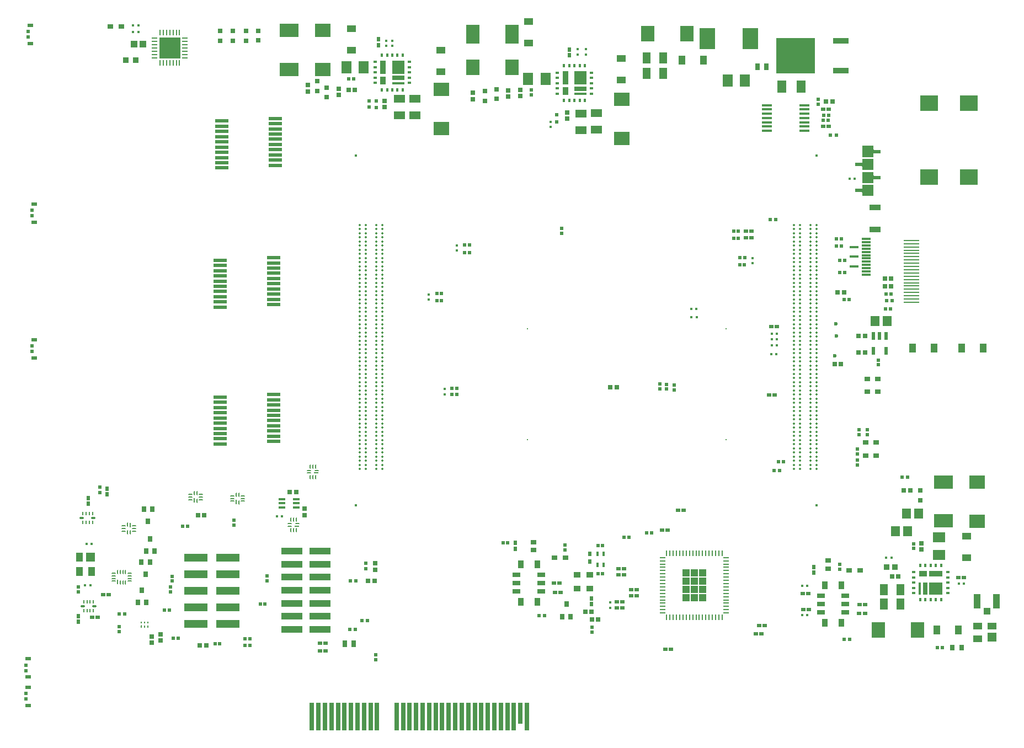
<source format=gbr>
G04*
G04 #@! TF.GenerationSoftware,Altium Limited,Altium Designer,23.7.1 (13)*
G04*
G04 Layer_Color=8421504*
%FSLAX25Y25*%
%MOIN*%
G70*
G04*
G04 #@! TF.SameCoordinates,27D51526-8311-448D-B6E4-34D2AC34C314*
G04*
G04*
G04 #@! TF.FilePolarity,Positive*
G04*
G01*
G75*
%ADD17R,0.02559X0.02362*%
%ADD18R,0.04331X0.05315*%
%ADD19R,0.01000X0.03200*%
%ADD20R,0.03200X0.01000*%
%ADD21R,0.01772X0.01772*%
%ADD22R,0.04921X0.02559*%
%ADD23R,0.03347X0.04921*%
%ADD24R,0.01772X0.01772*%
%ADD25R,0.02123X0.01860*%
%ADD26R,0.04134X0.08661*%
%ADD27R,0.03937X0.04134*%
%ADD28R,0.02756X0.03543*%
%ADD29R,0.03740X0.02756*%
%ADD30R,0.02423X0.02254*%
%ADD31R,0.05512X0.05512*%
%ADD32R,0.05512X0.03937*%
%ADD33R,0.02362X0.02559*%
%ADD34R,0.03197X0.02985*%
%ADD35R,0.01860X0.02123*%
%ADD36R,0.02756X0.02559*%
%ADD37R,0.02362X0.02657*%
%ADD38R,0.02016X0.02288*%
%ADD39R,0.03937X0.03543*%
%ADD40R,0.02288X0.02016*%
%ADD41R,0.01772X0.02657*%
%ADD42R,0.02165X0.01968*%
%ADD43R,0.02756X0.03543*%
%ADD44R,0.01968X0.02165*%
G04:AMPARAMS|DCode=45|XSize=7.87mil|YSize=21.65mil|CornerRadius=1.97mil|HoleSize=0mil|Usage=FLASHONLY|Rotation=180.000|XOffset=0mil|YOffset=0mil|HoleType=Round|Shape=RoundedRectangle|*
%AMROUNDEDRECTD45*
21,1,0.00787,0.01772,0,0,180.0*
21,1,0.00394,0.02165,0,0,180.0*
1,1,0.00394,-0.00197,0.00886*
1,1,0.00394,0.00197,0.00886*
1,1,0.00394,0.00197,-0.00886*
1,1,0.00394,-0.00197,-0.00886*
%
%ADD45ROUNDEDRECTD45*%
G04:AMPARAMS|DCode=46|XSize=11.81mil|YSize=23.62mil|CornerRadius=1.95mil|HoleSize=0mil|Usage=FLASHONLY|Rotation=90.000|XOffset=0mil|YOffset=0mil|HoleType=Round|Shape=RoundedRectangle|*
%AMROUNDEDRECTD46*
21,1,0.01181,0.01972,0,0,90.0*
21,1,0.00791,0.02362,0,0,90.0*
1,1,0.00390,0.00986,0.00396*
1,1,0.00390,0.00986,-0.00396*
1,1,0.00390,-0.00986,-0.00396*
1,1,0.00390,-0.00986,0.00396*
%
%ADD46ROUNDEDRECTD46*%
%ADD47R,0.02165X0.02362*%
%ADD48R,0.02362X0.02165*%
%ADD49R,0.02362X0.04724*%
G04:AMPARAMS|DCode=50|XSize=7.87mil|YSize=23.62mil|CornerRadius=1.97mil|HoleSize=0mil|Usage=FLASHONLY|Rotation=90.000|XOffset=0mil|YOffset=0mil|HoleType=Round|Shape=RoundedRectangle|*
%AMROUNDEDRECTD50*
21,1,0.00787,0.01968,0,0,90.0*
21,1,0.00394,0.02362,0,0,90.0*
1,1,0.00394,0.00984,0.00197*
1,1,0.00394,0.00984,-0.00197*
1,1,0.00394,-0.00984,-0.00197*
1,1,0.00394,-0.00984,0.00197*
%
%ADD50ROUNDEDRECTD50*%
G04:AMPARAMS|DCode=51|XSize=7.87mil|YSize=23.62mil|CornerRadius=1.97mil|HoleSize=0mil|Usage=FLASHONLY|Rotation=180.000|XOffset=0mil|YOffset=0mil|HoleType=Round|Shape=RoundedRectangle|*
%AMROUNDEDRECTD51*
21,1,0.00787,0.01968,0,0,180.0*
21,1,0.00394,0.02362,0,0,180.0*
1,1,0.00394,-0.00197,0.00984*
1,1,0.00394,0.00197,0.00984*
1,1,0.00394,0.00197,-0.00984*
1,1,0.00394,-0.00197,-0.00984*
%
%ADD51ROUNDEDRECTD51*%
G04:AMPARAMS|DCode=52|XSize=7.87mil|YSize=27.56mil|CornerRadius=1.97mil|HoleSize=0mil|Usage=FLASHONLY|Rotation=180.000|XOffset=0mil|YOffset=0mil|HoleType=Round|Shape=RoundedRectangle|*
%AMROUNDEDRECTD52*
21,1,0.00787,0.02362,0,0,180.0*
21,1,0.00394,0.02756,0,0,180.0*
1,1,0.00394,-0.00197,0.01181*
1,1,0.00394,0.00197,0.01181*
1,1,0.00394,0.00197,-0.01181*
1,1,0.00394,-0.00197,-0.01181*
%
%ADD52ROUNDEDRECTD52*%
G04:AMPARAMS|DCode=53|XSize=7.87mil|YSize=27.56mil|CornerRadius=1.97mil|HoleSize=0mil|Usage=FLASHONLY|Rotation=270.000|XOffset=0mil|YOffset=0mil|HoleType=Round|Shape=RoundedRectangle|*
%AMROUNDEDRECTD53*
21,1,0.00787,0.02362,0,0,270.0*
21,1,0.00394,0.02756,0,0,270.0*
1,1,0.00394,-0.01181,-0.00197*
1,1,0.00394,-0.01181,0.00197*
1,1,0.00394,0.01181,0.00197*
1,1,0.00394,0.01181,-0.00197*
%
%ADD53ROUNDEDRECTD53*%
%ADD54R,0.09173X0.07835*%
%ADD55R,0.12992X0.04016*%
%ADD56R,0.02559X0.02559*%
%ADD57R,0.02559X0.02559*%
%ADD58R,0.02756X0.02953*%
%ADD59R,0.05906X0.07284*%
%ADD60R,0.01860X0.02029*%
%ADD61R,0.05315X0.04331*%
%ADD62C,0.01693*%
%ADD63R,0.03543X0.02362*%
%ADD64R,0.02165X0.02362*%
%ADD65R,0.07874X0.01968*%
%ADD66R,0.05100X0.03500*%
%ADD67R,0.08300X0.03500*%
%ADD68R,0.08300X0.07400*%
%ADD69R,0.02600X0.07400*%
%ADD70R,0.01400X0.07400*%
%ADD71R,0.02000X0.01300*%
%ADD72R,0.01300X0.02000*%
%ADD73R,0.04546X0.06717*%
%ADD74R,0.07835X0.09173*%
%ADD75R,0.07400X0.01400*%
%ADD76R,0.07400X0.02600*%
%ADD77R,0.07400X0.08300*%
%ADD78R,0.03500X0.08300*%
%ADD79R,0.03500X0.05100*%
%ADD80R,0.03150X0.03150*%
%ADD81R,0.02254X0.02237*%
%ADD82R,0.02204X0.02382*%
%ADD83C,0.01402*%
%ADD84R,0.05709X0.01181*%
%ADD85R,0.05906X0.01575*%
G04:AMPARAMS|DCode=86|XSize=7.87mil|YSize=27.56mil|CornerRadius=1.97mil|HoleSize=0mil|Usage=FLASHONLY|Rotation=180.000|XOffset=0mil|YOffset=0mil|HoleType=Round|Shape=RoundedRectangle|*
%AMROUNDEDRECTD86*
21,1,0.00787,0.02362,0,0,180.0*
21,1,0.00394,0.02756,0,0,180.0*
1,1,0.00394,-0.00197,0.01181*
1,1,0.00394,0.00197,0.01181*
1,1,0.00394,0.00197,-0.01181*
1,1,0.00394,-0.00197,-0.01181*
%
%ADD86ROUNDEDRECTD86*%
%ADD87R,0.05512X0.05512*%
%ADD88R,0.03937X0.05512*%
%ADD89C,0.01260*%
%ADD90R,0.09449X0.01102*%
%ADD91R,0.11811X0.07874*%
%ADD92R,0.03366X0.03568*%
%ADD93R,0.02631X0.02648*%
%ADD94R,0.07284X0.05906*%
%ADD95R,0.02911X0.02648*%
%ADD96R,0.02648X0.02816*%
%ADD97R,0.02835X0.03937*%
%ADD98R,0.06717X0.04546*%
%ADD99R,0.02648X0.02911*%
%ADD100R,0.07874X0.11811*%
%ADD101R,0.02756X0.02756*%
%ADD102R,0.09449X0.12992*%
%ADD103R,0.02362X0.01968*%
%ADD104R,0.02648X0.02631*%
%ADD105R,0.09800X0.03700*%
%ADD106R,0.23300X0.21700*%
%ADD107R,0.11024X0.09449*%
%ADD108R,0.02800X0.16500*%
%ADD109R,0.02800X0.12600*%
%ADD110R,0.04134X0.04331*%
%ADD111R,0.03543X0.03150*%
%ADD112R,0.03740X0.03740*%
%ADD113R,0.12795X0.12795*%
%ADD114R,0.01024X0.03543*%
%ADD115R,0.03543X0.01024*%
%ADD116R,0.05709X0.07480*%
%ADD117R,0.14488X0.05000*%
%ADD118R,0.05727X0.06127*%
%ADD119R,0.02029X0.01860*%
%ADD120R,0.06693X0.03189*%
%ADD121C,0.02362*%
%ADD122R,0.03937X0.01575*%
%ADD123R,0.02165X0.02165*%
%ADD124R,0.02816X0.02648*%
G36*
X50477Y-344111D02*
X50532Y-344167D01*
X50562Y-344239D01*
Y-344278D01*
Y-345065D01*
Y-345105D01*
X50532Y-345177D01*
X50477Y-345232D01*
X50404Y-345262D01*
X49932D01*
X49860Y-345232D01*
X49804Y-345177D01*
X49775Y-345105D01*
Y-345065D01*
Y-344278D01*
Y-344239D01*
X49804Y-344167D01*
X49860Y-344111D01*
X49932Y-344081D01*
X50404D01*
X50477Y-344111D01*
D02*
G37*
G36*
X48508D02*
X48564Y-344167D01*
X48593Y-344239D01*
Y-344278D01*
Y-345065D01*
Y-345105D01*
X48564Y-345177D01*
X48508Y-345232D01*
X48436Y-345262D01*
X47964D01*
X47891Y-345232D01*
X47836Y-345177D01*
X47806Y-345105D01*
Y-345065D01*
Y-344278D01*
Y-344239D01*
X47836Y-344167D01*
X47891Y-344111D01*
X47964Y-344081D01*
X48436D01*
X48508Y-344111D01*
D02*
G37*
G36*
X50477Y-346473D02*
X50532Y-346529D01*
X50562Y-346601D01*
Y-346640D01*
Y-347428D01*
Y-347467D01*
X50532Y-347539D01*
X50477Y-347595D01*
X50404Y-347624D01*
X49932D01*
X49860Y-347595D01*
X49804Y-347539D01*
X49775Y-347467D01*
Y-347428D01*
Y-346640D01*
Y-346601D01*
X49804Y-346529D01*
X49860Y-346473D01*
X49932Y-346443D01*
X50404D01*
X50477Y-346473D01*
D02*
G37*
G36*
X48508Y-346276D02*
X48564Y-346332D01*
X48593Y-346404D01*
Y-346443D01*
Y-347428D01*
Y-347467D01*
X48564Y-347539D01*
X48508Y-347595D01*
X48436Y-347624D01*
X47964D01*
X47891Y-347595D01*
X47836Y-347539D01*
X47806Y-347467D01*
Y-347428D01*
Y-346443D01*
Y-346404D01*
X47836Y-346332D01*
X47891Y-346276D01*
X47964Y-346247D01*
X48436D01*
X48508Y-346276D01*
D02*
G37*
G36*
X51940Y-347624D02*
X51901D01*
X51828Y-347595D01*
X51773Y-347539D01*
X51743Y-347467D01*
Y-347428D01*
D01*
Y-346640D01*
Y-346601D01*
X51773Y-346529D01*
X51828Y-346473D01*
X51901Y-346443D01*
X51940D01*
D01*
X52334D01*
X52373D01*
X52445Y-346473D01*
X52500Y-346529D01*
X52530Y-346601D01*
Y-346640D01*
D01*
Y-347428D01*
Y-347467D01*
X52500Y-347539D01*
X52445Y-347595D01*
X52373Y-347624D01*
X52334D01*
D01*
X51940D01*
D02*
G37*
G36*
X52334Y-344081D02*
X52373D01*
X52445Y-344111D01*
X52500Y-344167D01*
X52530Y-344239D01*
Y-344278D01*
D01*
Y-345065D01*
Y-345105D01*
X52500Y-345177D01*
X52445Y-345232D01*
X52373Y-345262D01*
X52334D01*
D01*
X51940D01*
X51901D01*
X51828Y-345232D01*
X51773Y-345177D01*
X51743Y-345105D01*
Y-345065D01*
D01*
Y-344278D01*
Y-344239D01*
X51773Y-344167D01*
X51828Y-344111D01*
X51901Y-344081D01*
X51940D01*
D01*
X52334D01*
D02*
G37*
G36*
X379393Y-327486D02*
X375181D01*
Y-331698D01*
X379393D01*
Y-327486D01*
D02*
G37*
G36*
Y-322486D02*
X375181D01*
Y-326698D01*
X379393D01*
Y-322486D01*
D02*
G37*
G36*
Y-317486D02*
X375181D01*
Y-321698D01*
X379393D01*
Y-317486D01*
D02*
G37*
G36*
Y-312486D02*
X375181D01*
Y-316698D01*
X379393D01*
Y-312486D01*
D02*
G37*
G36*
X389393Y-321698D02*
X385181D01*
Y-317486D01*
X389393D01*
Y-321698D01*
D02*
G37*
G36*
X384393D02*
X380181D01*
Y-317486D01*
X384393D01*
Y-321698D01*
D02*
G37*
G36*
X389393Y-326698D02*
X385181D01*
Y-322486D01*
X389393D01*
Y-326698D01*
D02*
G37*
G36*
X384393D02*
X380181D01*
Y-322486D01*
X384393D01*
Y-326698D01*
D02*
G37*
G36*
X389393Y-331698D02*
X385181D01*
Y-327486D01*
X389393D01*
Y-331698D01*
D02*
G37*
G36*
X384393D02*
X380181D01*
Y-327486D01*
X384393D01*
Y-331698D01*
D02*
G37*
G36*
Y-312486D02*
X380181D01*
Y-316698D01*
X384393D01*
Y-312486D01*
D02*
G37*
G36*
X389393D02*
X385181D01*
Y-316698D01*
X389393D01*
Y-312486D01*
D02*
G37*
G36*
X490458Y-86912D02*
Y-80219D01*
X483766D01*
Y-82050D01*
X483756Y-82150D01*
X483679Y-82334D01*
X483538Y-82475D01*
X483354Y-82552D01*
X483254Y-82562D01*
D01*
X479356D01*
Y-84570D01*
X483254Y-84570D01*
X483354Y-84579D01*
X483538Y-84656D01*
X483679Y-84797D01*
X483756Y-84982D01*
X483766Y-85081D01*
Y-85081D01*
Y-86912D01*
X490458D01*
D02*
G37*
G36*
X490458Y-71164D02*
Y-64471D01*
X483766D01*
X483766Y-66302D01*
X483756Y-66402D01*
X483679Y-66586D01*
X483538Y-66727D01*
X483354Y-66804D01*
X483254Y-66814D01*
X483254D01*
X479356D01*
Y-68822D01*
X483254Y-68822D01*
X483354Y-68831D01*
X483538Y-68908D01*
X483679Y-69049D01*
X483756Y-69233D01*
X483766Y-69333D01*
X483766Y-69333D01*
Y-71164D01*
X490458D01*
D02*
G37*
G36*
X483766Y-72345D02*
Y-79038D01*
X490458D01*
X490458Y-77207D01*
X490468Y-77107D01*
X490545Y-76923D01*
X490686Y-76782D01*
X490870Y-76705D01*
X490970Y-76696D01*
X490970Y-76696D01*
X494868D01*
Y-74688D01*
X490970D01*
X490870Y-74678D01*
X490686Y-74601D01*
X490545Y-74460D01*
X490468Y-74276D01*
X490458Y-74176D01*
X490458D01*
Y-72345D01*
X483766D01*
D02*
G37*
G36*
X483766Y-56597D02*
Y-63290D01*
X490458D01*
Y-61459D01*
X490468Y-61359D01*
X490545Y-61175D01*
X490686Y-61034D01*
X490870Y-60957D01*
X490970Y-60948D01*
Y-60947D01*
X494868D01*
Y-58940D01*
X490970D01*
X490870Y-58930D01*
X490686Y-58853D01*
X490545Y-58712D01*
X490468Y-58528D01*
X490458Y-58428D01*
D01*
Y-56597D01*
X483766D01*
D02*
G37*
D17*
X372524Y-276687D02*
D03*
X375871D02*
D03*
X416835Y-108174D02*
D03*
X413489D02*
D03*
X416835Y-112211D02*
D03*
X413489D02*
D03*
X339716Y-312194D02*
D03*
X336370D02*
D03*
X339716Y-315808D02*
D03*
X336370D02*
D03*
X347468Y-324716D02*
D03*
X344122D02*
D03*
X347468Y-328483D02*
D03*
X344122D02*
D03*
X481920Y-339075D02*
D03*
X485266D02*
D03*
X481980Y-333622D02*
D03*
X485326D02*
D03*
X451343Y-336768D02*
D03*
X447997D02*
D03*
X451155Y-327174D02*
D03*
X447809D02*
D03*
X297975Y-326514D02*
D03*
X301321D02*
D03*
X297496Y-320717D02*
D03*
X300842D02*
D03*
X362626Y-288797D02*
D03*
X365972D02*
D03*
X368260Y-360872D02*
D03*
X364913D02*
D03*
X424753Y-346592D02*
D03*
X421406D02*
D03*
X422673Y-351474D02*
D03*
X419327D02*
D03*
X335476Y-335930D02*
D03*
X338823D02*
D03*
X335476Y-332092D02*
D03*
X338823D02*
D03*
X21862Y-341301D02*
D03*
X18516D02*
D03*
X155982Y-361877D02*
D03*
X159328D02*
D03*
X463562Y-34602D02*
D03*
X460216D02*
D03*
X28572Y-327715D02*
D03*
X25226D02*
D03*
X541847Y-317351D02*
D03*
X545193D02*
D03*
X428714Y-165735D02*
D03*
X432060D02*
D03*
X463464Y-44838D02*
D03*
X460117D02*
D03*
X427362Y-207216D02*
D03*
X430709D02*
D03*
X155982Y-356998D02*
D03*
X159328D02*
D03*
D18*
X528920Y-349049D02*
D03*
X541912D02*
D03*
X527008Y-178770D02*
D03*
X514016D02*
D03*
X556850Y-178810D02*
D03*
X543858D02*
D03*
X387662Y-4785D02*
D03*
X374670D02*
D03*
D19*
X365550Y-302792D02*
D03*
X367519D02*
D03*
X369489D02*
D03*
X371458D02*
D03*
X373427D02*
D03*
X375395D02*
D03*
X377364D02*
D03*
X379333D02*
D03*
X381302D02*
D03*
X383272D02*
D03*
X385241D02*
D03*
X387210D02*
D03*
X389178D02*
D03*
X391147D02*
D03*
X393116D02*
D03*
X395086D02*
D03*
X397055D02*
D03*
X399024D02*
D03*
Y-341392D02*
D03*
X397055D02*
D03*
X395086D02*
D03*
X393116D02*
D03*
X391147D02*
D03*
X389178D02*
D03*
X387210D02*
D03*
X385241D02*
D03*
X383272D02*
D03*
X381302D02*
D03*
X379333D02*
D03*
X377364D02*
D03*
X375395D02*
D03*
X373427D02*
D03*
X371458D02*
D03*
X369489D02*
D03*
X367519D02*
D03*
X365550D02*
D03*
D20*
X401587Y-305355D02*
D03*
Y-307324D02*
D03*
Y-309293D02*
D03*
Y-311262D02*
D03*
Y-313231D02*
D03*
Y-315200D02*
D03*
Y-317169D02*
D03*
Y-319138D02*
D03*
Y-321107D02*
D03*
Y-323076D02*
D03*
Y-325045D02*
D03*
Y-327014D02*
D03*
Y-328983D02*
D03*
Y-330952D02*
D03*
Y-332921D02*
D03*
Y-334890D02*
D03*
Y-336859D02*
D03*
Y-338828D02*
D03*
X362987D02*
D03*
Y-336859D02*
D03*
Y-334890D02*
D03*
Y-332921D02*
D03*
Y-330952D02*
D03*
Y-328983D02*
D03*
Y-327014D02*
D03*
Y-325045D02*
D03*
Y-323076D02*
D03*
Y-321107D02*
D03*
Y-319138D02*
D03*
Y-317169D02*
D03*
Y-315200D02*
D03*
Y-313231D02*
D03*
Y-311262D02*
D03*
Y-309293D02*
D03*
Y-307324D02*
D03*
Y-305355D02*
D03*
D21*
X383656Y-160236D02*
D03*
X380506D02*
D03*
X383453Y-155207D02*
D03*
X380303D02*
D03*
X15069Y-296951D02*
D03*
X18218D02*
D03*
X450587Y-322576D02*
D03*
X447437D02*
D03*
X450556Y-340263D02*
D03*
X447406D02*
D03*
X14165Y-322094D02*
D03*
X17315D02*
D03*
X476087Y-76512D02*
D03*
X479236D02*
D03*
X501390Y-305286D02*
D03*
X498241D02*
D03*
X541945Y-321151D02*
D03*
X545095D02*
D03*
X428720Y-182542D02*
D03*
X431869D02*
D03*
X428959Y-170168D02*
D03*
X432108D02*
D03*
Y-173575D02*
D03*
X428959D02*
D03*
X432108Y-177271D02*
D03*
X428959D02*
D03*
X43121Y12267D02*
D03*
X46270D02*
D03*
X129987Y-280604D02*
D03*
X133137D02*
D03*
X43121Y16302D02*
D03*
X46270D02*
D03*
D22*
X458732Y-328453D02*
D03*
Y-333453D02*
D03*
Y-338453D02*
D03*
X473496Y-328453D02*
D03*
Y-333453D02*
D03*
Y-338453D02*
D03*
X274910Y-315717D02*
D03*
Y-320717D02*
D03*
Y-325717D02*
D03*
X289674Y-315717D02*
D03*
Y-320717D02*
D03*
Y-325717D02*
D03*
D23*
X461114Y-344772D02*
D03*
X471114D02*
D03*
X461114Y-322134D02*
D03*
X471114D02*
D03*
X277292Y-332036D02*
D03*
X287292D02*
D03*
X277292Y-309398D02*
D03*
X287292D02*
D03*
D24*
X417381Y-124393D02*
D03*
Y-127542D02*
D03*
X221826Y-149547D02*
D03*
Y-146397D02*
D03*
X231455Y-206718D02*
D03*
Y-203568D02*
D03*
X238720Y-119821D02*
D03*
Y-116671D02*
D03*
X331500Y-332521D02*
D03*
Y-335670D02*
D03*
X295479Y-45198D02*
D03*
Y-42048D02*
D03*
X316801Y-1373D02*
D03*
Y1777D02*
D03*
X311858Y-1373D02*
D03*
Y1777D02*
D03*
X195982Y3802D02*
D03*
Y6952D02*
D03*
X199744Y3802D02*
D03*
Y6952D02*
D03*
D25*
X412713Y-123998D02*
D03*
X409827D02*
D03*
X412513Y-128303D02*
D03*
X409627D02*
D03*
X226662Y-150187D02*
D03*
X229548D02*
D03*
X226662Y-145864D02*
D03*
X229548D02*
D03*
X235882Y-206815D02*
D03*
X238768D02*
D03*
X235749Y-203121D02*
D03*
X238635D02*
D03*
X243490Y-120941D02*
D03*
X246377D02*
D03*
X243490Y-116310D02*
D03*
X246377D02*
D03*
X408849Y-107966D02*
D03*
X405963D02*
D03*
X408849Y-112301D02*
D03*
X405963D02*
D03*
X529222Y-359773D02*
D03*
X532109D02*
D03*
X342736Y-292951D02*
D03*
X339850D02*
D03*
X269522Y-296364D02*
D03*
X266636D02*
D03*
X501107Y-146105D02*
D03*
X498220D02*
D03*
X497907Y-155007D02*
D03*
X500794D02*
D03*
D26*
X553150Y-331901D02*
D03*
X564764D02*
D03*
D27*
X558957Y-337905D02*
D03*
D28*
X538096Y-359773D02*
D03*
X543608D02*
D03*
D29*
X482360Y-312949D02*
D03*
X475864D02*
D03*
X304386Y-305355D02*
D03*
X297890D02*
D03*
X492211Y-235646D02*
D03*
X485715D02*
D03*
X493244Y-197506D02*
D03*
X486748D02*
D03*
X492211Y-243810D02*
D03*
X485715D02*
D03*
X493197Y-205007D02*
D03*
X486701D02*
D03*
D30*
X472644Y-354844D02*
D03*
X476018D02*
D03*
X288267Y-340338D02*
D03*
X291641D02*
D03*
X511011Y-256831D02*
D03*
X507637D02*
D03*
X501775Y-150141D02*
D03*
X498400D02*
D03*
X431552Y-101205D02*
D03*
X428178D02*
D03*
X430387Y-252716D02*
D03*
X433762D02*
D03*
D31*
X562164Y-353575D02*
D03*
D32*
Y-346882D02*
D03*
X553503D02*
D03*
Y-354363D02*
D03*
D33*
X454357Y-314323D02*
D03*
Y-310976D02*
D03*
X320239Y-330154D02*
D03*
Y-333501D02*
D03*
X274228Y-296603D02*
D03*
Y-299949D02*
D03*
X27358Y-263681D02*
D03*
Y-267028D02*
D03*
X16066Y-269295D02*
D03*
Y-272641D02*
D03*
X9944Y-344155D02*
D03*
Y-340809D02*
D03*
X306702Y-1865D02*
D03*
Y1482D02*
D03*
X191296Y7739D02*
D03*
Y4392D02*
D03*
D34*
X463227Y-307228D02*
D03*
Y-312165D02*
D03*
X285042Y-295989D02*
D03*
Y-300926D02*
D03*
D35*
X470104Y-312419D02*
D03*
Y-309533D02*
D03*
X304016Y-300752D02*
D03*
Y-297866D02*
D03*
D36*
X320337Y-342673D02*
D03*
X324078D02*
D03*
X316400Y-338235D02*
D03*
X320141D02*
D03*
D37*
X319058Y-303033D02*
D03*
Y-307757D02*
D03*
D38*
X320337Y-350458D02*
D03*
Y-347580D02*
D03*
X9944Y-325954D02*
D03*
Y-323075D02*
D03*
X34784Y-349977D02*
D03*
Y-347098D02*
D03*
X65812Y-323175D02*
D03*
Y-326053D02*
D03*
X124257Y-316559D02*
D03*
Y-319438D02*
D03*
X104068Y-282918D02*
D03*
Y-285797D02*
D03*
X514760Y-296992D02*
D03*
Y-299870D02*
D03*
X283667Y-22857D02*
D03*
Y-25735D02*
D03*
X301978Y-109313D02*
D03*
Y-106435D02*
D03*
X457234Y-28450D02*
D03*
Y-31328D02*
D03*
X493414Y-188842D02*
D03*
Y-185963D02*
D03*
X361424Y-203329D02*
D03*
Y-200451D02*
D03*
X365549Y-203589D02*
D03*
Y-200711D02*
D03*
X369998Y-203979D02*
D03*
Y-201101D02*
D03*
X486904Y-228144D02*
D03*
Y-231022D02*
D03*
X480750Y-249478D02*
D03*
Y-246599D02*
D03*
D39*
X318959Y-315880D02*
D03*
Y-324148D02*
D03*
X311479D02*
D03*
Y-315880D02*
D03*
D40*
X326894Y-298004D02*
D03*
X324016D02*
D03*
X326895Y-315269D02*
D03*
X324016D02*
D03*
X62246Y-337093D02*
D03*
X65124D02*
D03*
X67439Y-354130D02*
D03*
X70317D02*
D03*
X113701Y-354281D02*
D03*
X110822D02*
D03*
X113731Y-358310D02*
D03*
X110853D02*
D03*
X95534Y-357302D02*
D03*
X92656D02*
D03*
X122813Y-333415D02*
D03*
X119935D02*
D03*
X73240Y-286540D02*
D03*
X76118D02*
D03*
X470125Y-133021D02*
D03*
X473003D02*
D03*
Y-125899D02*
D03*
X470125D02*
D03*
X468154Y-112886D02*
D03*
X471032D02*
D03*
X463328Y-37948D02*
D03*
X460450D02*
D03*
X462934Y-41233D02*
D03*
X460056D02*
D03*
X471032Y-117088D02*
D03*
X468154D02*
D03*
X176444Y-16017D02*
D03*
X173566D02*
D03*
D41*
X327276Y-302962D02*
D03*
X323635D02*
D03*
X327276Y-309660D02*
D03*
X323635D02*
D03*
D42*
X353492Y-290390D02*
D03*
X356444D02*
D03*
X472787Y-149306D02*
D03*
X475740D02*
D03*
D43*
X302471Y-341056D02*
D03*
X307590D02*
D03*
X305030Y-333575D02*
D03*
X46012Y-332583D02*
D03*
X51130D02*
D03*
X48571Y-325103D02*
D03*
X54712Y-276108D02*
D03*
X49594D02*
D03*
X52153Y-283588D02*
D03*
X53334Y-307971D02*
D03*
X48216D02*
D03*
X50775Y-315451D02*
D03*
X50972Y-301522D02*
D03*
X56090D02*
D03*
X53531Y-294042D02*
D03*
D44*
X189872Y-366972D02*
D03*
Y-364020D02*
D03*
D45*
X13297Y-337548D02*
D03*
X15266D02*
D03*
X17234D02*
D03*
X19203D02*
D03*
Y-332233D02*
D03*
X17234D02*
D03*
X15266D02*
D03*
X13297D02*
D03*
X18612Y-284154D02*
D03*
X16644D02*
D03*
X14675D02*
D03*
X12707D02*
D03*
Y-278839D02*
D03*
X14675D02*
D03*
X16644D02*
D03*
X18612D02*
D03*
D46*
X19793Y-334891D02*
D03*
X12707D02*
D03*
X19203Y-281496D02*
D03*
X12116D02*
D03*
D47*
X22991Y-262860D02*
D03*
Y-266207D02*
D03*
X183783Y-308924D02*
D03*
Y-312270D02*
D03*
D48*
X37960Y-339335D02*
D03*
X34614D02*
D03*
X177788Y-319438D02*
D03*
X174442D02*
D03*
X184750Y-343526D02*
D03*
X181403D02*
D03*
X177542Y-348725D02*
D03*
X174196D02*
D03*
X299184Y-37905D02*
D03*
Y-42039D02*
D03*
D49*
X497996Y-180553D02*
D03*
Y-171498D02*
D03*
X494256D02*
D03*
X490516Y-180553D02*
D03*
Y-171498D02*
D03*
D50*
X31504Y-319553D02*
D03*
Y-317978D02*
D03*
Y-316404D02*
D03*
Y-314829D02*
D03*
X40953D02*
D03*
Y-316404D02*
D03*
Y-317978D02*
D03*
Y-319553D02*
D03*
X137715Y-284910D02*
D03*
X142440D02*
D03*
X137715Y-286485D02*
D03*
X149347Y-254253D02*
D03*
X154071Y-252678D02*
D03*
X149347D02*
D03*
X109510Y-268110D02*
D03*
Y-269685D02*
D03*
Y-271260D02*
D03*
X103211Y-268110D02*
D03*
Y-269685D02*
D03*
Y-271260D02*
D03*
X43701Y-286221D02*
D03*
Y-287795D02*
D03*
Y-289370D02*
D03*
X37402Y-286221D02*
D03*
Y-287795D02*
D03*
Y-289370D02*
D03*
X77733Y-270276D02*
D03*
Y-268701D02*
D03*
Y-267126D02*
D03*
X84033Y-270276D02*
D03*
Y-268701D02*
D03*
Y-267126D02*
D03*
D51*
X33867Y-314041D02*
D03*
X35441D02*
D03*
X37016D02*
D03*
X38591D02*
D03*
Y-320341D02*
D03*
X37016D02*
D03*
X35441D02*
D03*
X138503Y-282548D02*
D03*
X140078D02*
D03*
X141653D02*
D03*
X138503Y-288847D02*
D03*
X140078D02*
D03*
X141653D02*
D03*
X153284Y-256615D02*
D03*
X151709D02*
D03*
X150134D02*
D03*
X153284Y-250316D02*
D03*
X151709D02*
D03*
X150134D02*
D03*
X107148Y-267323D02*
D03*
Y-272047D02*
D03*
X105573Y-267323D02*
D03*
X41339Y-290158D02*
D03*
X39764Y-285433D02*
D03*
Y-290158D02*
D03*
X80096Y-266339D02*
D03*
X81670Y-271063D02*
D03*
Y-266339D02*
D03*
D52*
X33867Y-320144D02*
D03*
D53*
X142243Y-286485D02*
D03*
X153874Y-254253D02*
D03*
D54*
X552969Y-283311D02*
D03*
Y-259611D02*
D03*
X338517Y-52175D02*
D03*
Y-28474D02*
D03*
X157879Y-10430D02*
D03*
Y13270D02*
D03*
X229292Y-22537D02*
D03*
Y-46237D02*
D03*
D55*
X156026Y-348725D02*
D03*
Y-340851D02*
D03*
Y-332977D02*
D03*
Y-325103D02*
D03*
Y-317229D02*
D03*
Y-309355D02*
D03*
Y-301481D02*
D03*
X139215Y-348725D02*
D03*
Y-340851D02*
D03*
Y-332977D02*
D03*
Y-325103D02*
D03*
Y-317229D02*
D03*
Y-309355D02*
D03*
Y-301481D02*
D03*
D56*
X189528Y-312795D02*
D03*
Y-308858D02*
D03*
X146755Y-275928D02*
D03*
Y-279865D02*
D03*
D57*
X189081Y-319438D02*
D03*
X185144D02*
D03*
X141710Y-265656D02*
D03*
X137773D02*
D03*
X86198Y-279636D02*
D03*
X82261D02*
D03*
X87277Y-358589D02*
D03*
X83340D02*
D03*
X497314Y-136773D02*
D03*
X501251D02*
D03*
X331496Y-202445D02*
D03*
X335433D02*
D03*
X465826Y-29707D02*
D03*
X461889D02*
D03*
X481485Y-181310D02*
D03*
X485422D02*
D03*
X485485Y-171498D02*
D03*
X481548D02*
D03*
X472835Y-145175D02*
D03*
X468898D02*
D03*
X501251Y-141466D02*
D03*
X497314D02*
D03*
X470872Y-188587D02*
D03*
X466935D02*
D03*
D58*
X59643Y-351852D02*
D03*
Y-355592D02*
D03*
X54465Y-353146D02*
D03*
Y-356887D02*
D03*
D59*
X402358Y-17031D02*
D03*
X412791D02*
D03*
X292323Y-16147D02*
D03*
X281890D02*
D03*
X182485Y-9068D02*
D03*
X172052D02*
D03*
D60*
X481680Y-231035D02*
D03*
Y-228054D02*
D03*
X480750Y-239820D02*
D03*
Y-242801D02*
D03*
D61*
X338126Y-3792D02*
D03*
Y-16784D02*
D03*
X229139Y1070D02*
D03*
Y-11923D02*
D03*
X546906Y-292489D02*
D03*
Y-305481D02*
D03*
X281994Y18558D02*
D03*
Y5566D02*
D03*
X175005Y14235D02*
D03*
Y1243D02*
D03*
D62*
X455933Y-62524D02*
D03*
X177783Y-273745D02*
D03*
X455933D02*
D03*
X177783Y-62524D02*
D03*
D63*
X-20142Y-383656D02*
D03*
Y-394679D02*
D03*
Y-366535D02*
D03*
Y-377559D02*
D03*
X-18845Y5345D02*
D03*
Y16369D02*
D03*
X-16535Y-173634D02*
D03*
Y-184658D02*
D03*
X-16582Y-102639D02*
D03*
Y-91616D02*
D03*
D64*
X-21421Y-387396D02*
D03*
Y-390939D02*
D03*
Y-370276D02*
D03*
Y-373819D02*
D03*
X-20125Y9085D02*
D03*
Y12629D02*
D03*
X-17815Y-177374D02*
D03*
Y-180918D02*
D03*
X-17862Y-98899D02*
D03*
Y-95356D02*
D03*
D65*
X95866Y-154045D02*
D03*
Y-150896D02*
D03*
Y-147746D02*
D03*
Y-144597D02*
D03*
Y-141447D02*
D03*
Y-138297D02*
D03*
Y-135148D02*
D03*
Y-131998D02*
D03*
Y-128849D02*
D03*
Y-125699D02*
D03*
X128150Y-152471D02*
D03*
Y-149321D02*
D03*
Y-146171D02*
D03*
Y-143022D02*
D03*
Y-139872D02*
D03*
Y-136723D02*
D03*
Y-133573D02*
D03*
Y-130423D02*
D03*
Y-127274D02*
D03*
Y-124124D02*
D03*
X95866Y-236747D02*
D03*
Y-233597D02*
D03*
Y-230448D02*
D03*
Y-227298D02*
D03*
Y-224149D02*
D03*
Y-220999D02*
D03*
Y-217849D02*
D03*
Y-214700D02*
D03*
Y-211550D02*
D03*
Y-208401D02*
D03*
X128150Y-235172D02*
D03*
Y-232023D02*
D03*
Y-228873D02*
D03*
Y-225723D02*
D03*
Y-222574D02*
D03*
Y-219424D02*
D03*
Y-216274D02*
D03*
Y-213125D02*
D03*
Y-209975D02*
D03*
Y-206826D02*
D03*
X96653Y-69911D02*
D03*
Y-66762D02*
D03*
Y-63612D02*
D03*
Y-60463D02*
D03*
Y-57313D02*
D03*
Y-54163D02*
D03*
Y-51014D02*
D03*
Y-47864D02*
D03*
Y-44715D02*
D03*
Y-41565D02*
D03*
X128937Y-68337D02*
D03*
Y-65187D02*
D03*
Y-62037D02*
D03*
Y-58888D02*
D03*
Y-55738D02*
D03*
Y-52589D02*
D03*
Y-49439D02*
D03*
Y-46289D02*
D03*
Y-43140D02*
D03*
Y-39990D02*
D03*
D66*
X520292Y-314989D02*
D03*
D67*
X528166D02*
D03*
D68*
Y-324083D02*
D03*
D69*
X521630D02*
D03*
D70*
X518441D02*
D03*
D71*
X514616Y-326800D02*
D03*
Y-323650D02*
D03*
Y-320501D02*
D03*
Y-317351D02*
D03*
Y-314202D02*
D03*
X535416D02*
D03*
Y-317351D02*
D03*
Y-320501D02*
D03*
Y-323650D02*
D03*
Y-326800D02*
D03*
X320252Y-24946D02*
D03*
Y-21796D02*
D03*
Y-18647D02*
D03*
Y-15497D02*
D03*
Y-12347D02*
D03*
X299452D02*
D03*
Y-15497D02*
D03*
Y-18647D02*
D03*
Y-21796D02*
D03*
Y-24946D02*
D03*
X210144Y-18517D02*
D03*
Y-15367D02*
D03*
Y-12218D02*
D03*
Y-9068D02*
D03*
Y-5919D02*
D03*
X189344D02*
D03*
Y-9068D02*
D03*
Y-12218D02*
D03*
Y-15367D02*
D03*
Y-18517D02*
D03*
D72*
X518717Y-310101D02*
D03*
X521867D02*
D03*
X525016D02*
D03*
X528166D02*
D03*
X531315D02*
D03*
Y-330901D02*
D03*
X528166D02*
D03*
X525016D02*
D03*
X521867D02*
D03*
X518717D02*
D03*
X316151Y-8247D02*
D03*
X313002D02*
D03*
X309852D02*
D03*
X306702D02*
D03*
X303553D02*
D03*
Y-29047D02*
D03*
X306702D02*
D03*
X309852D02*
D03*
X313002D02*
D03*
X316151D02*
D03*
X206043Y-1818D02*
D03*
X202893D02*
D03*
X199744D02*
D03*
X196594D02*
D03*
X193445D02*
D03*
Y-22618D02*
D03*
X196594D02*
D03*
X199744D02*
D03*
X202893D02*
D03*
X206043D02*
D03*
D73*
X506751Y-324609D02*
D03*
X496706D02*
D03*
X506751Y-333410D02*
D03*
X496706D02*
D03*
X363573Y-12775D02*
D03*
X353527D02*
D03*
X363573Y-3424D02*
D03*
X353527D02*
D03*
D74*
X493274Y-349049D02*
D03*
X516975D02*
D03*
X248428Y-9247D02*
D03*
X272129D02*
D03*
X377696Y11275D02*
D03*
X353995D02*
D03*
D75*
X313435Y-25221D02*
D03*
X203326Y-18793D02*
D03*
D76*
X313435Y-22032D02*
D03*
X203326Y-15604D02*
D03*
D77*
X313435Y-15497D02*
D03*
X203326Y-9068D02*
D03*
D78*
X304340Y-15497D02*
D03*
X194232Y-9068D02*
D03*
D79*
X304340Y-23371D02*
D03*
X194232Y-16942D02*
D03*
D80*
X154593Y-23436D02*
D03*
Y-17530D02*
D03*
X518868Y-270672D02*
D03*
Y-264766D02*
D03*
X95654Y6918D02*
D03*
Y12824D02*
D03*
X103347Y7050D02*
D03*
Y12956D02*
D03*
X111303Y6918D02*
D03*
Y12824D02*
D03*
X118685Y7135D02*
D03*
Y13040D02*
D03*
X255706Y-23501D02*
D03*
Y-29407D02*
D03*
D81*
X185830Y-29515D02*
D03*
Y-33076D02*
D03*
D82*
X66724Y-316624D02*
D03*
Y-319596D02*
D03*
D83*
X456055Y-104306D02*
D03*
Y-106806D02*
D03*
Y-109306D02*
D03*
Y-111806D02*
D03*
Y-114306D02*
D03*
Y-116806D02*
D03*
Y-119306D02*
D03*
Y-121806D02*
D03*
Y-124306D02*
D03*
Y-126806D02*
D03*
Y-129306D02*
D03*
Y-131806D02*
D03*
Y-134306D02*
D03*
Y-136806D02*
D03*
Y-139306D02*
D03*
Y-141806D02*
D03*
Y-144306D02*
D03*
Y-146806D02*
D03*
Y-149306D02*
D03*
Y-151806D02*
D03*
Y-154306D02*
D03*
Y-156806D02*
D03*
Y-159306D02*
D03*
Y-161806D02*
D03*
Y-164306D02*
D03*
Y-166806D02*
D03*
Y-169306D02*
D03*
Y-171806D02*
D03*
Y-174306D02*
D03*
Y-176806D02*
D03*
Y-179306D02*
D03*
Y-181806D02*
D03*
Y-184306D02*
D03*
Y-186806D02*
D03*
Y-189306D02*
D03*
Y-191806D02*
D03*
Y-194306D02*
D03*
Y-196806D02*
D03*
Y-199306D02*
D03*
Y-201806D02*
D03*
Y-204306D02*
D03*
Y-206806D02*
D03*
Y-209306D02*
D03*
Y-211806D02*
D03*
Y-214306D02*
D03*
Y-216806D02*
D03*
Y-219306D02*
D03*
Y-221806D02*
D03*
Y-224306D02*
D03*
Y-226806D02*
D03*
Y-229306D02*
D03*
Y-231806D02*
D03*
Y-234306D02*
D03*
Y-236806D02*
D03*
Y-239306D02*
D03*
Y-241806D02*
D03*
Y-244306D02*
D03*
Y-246806D02*
D03*
Y-249306D02*
D03*
Y-251806D02*
D03*
X452275Y-104306D02*
D03*
Y-106806D02*
D03*
Y-109306D02*
D03*
Y-111806D02*
D03*
Y-114306D02*
D03*
Y-116806D02*
D03*
Y-119306D02*
D03*
Y-121806D02*
D03*
Y-124306D02*
D03*
Y-126806D02*
D03*
Y-129306D02*
D03*
Y-131806D02*
D03*
Y-134306D02*
D03*
Y-136806D02*
D03*
Y-139306D02*
D03*
Y-141806D02*
D03*
Y-144306D02*
D03*
Y-146806D02*
D03*
Y-149306D02*
D03*
Y-151806D02*
D03*
Y-154306D02*
D03*
Y-156806D02*
D03*
Y-159306D02*
D03*
Y-161806D02*
D03*
Y-164306D02*
D03*
Y-166806D02*
D03*
Y-169306D02*
D03*
Y-171806D02*
D03*
Y-174306D02*
D03*
Y-176806D02*
D03*
Y-179306D02*
D03*
Y-181806D02*
D03*
Y-184306D02*
D03*
Y-186806D02*
D03*
Y-189306D02*
D03*
Y-191806D02*
D03*
Y-194306D02*
D03*
Y-196806D02*
D03*
Y-199306D02*
D03*
Y-201806D02*
D03*
Y-204306D02*
D03*
Y-206806D02*
D03*
Y-209306D02*
D03*
Y-211806D02*
D03*
Y-214306D02*
D03*
Y-216806D02*
D03*
Y-219306D02*
D03*
Y-221806D02*
D03*
Y-224306D02*
D03*
Y-226806D02*
D03*
Y-229306D02*
D03*
Y-231806D02*
D03*
Y-234306D02*
D03*
Y-236806D02*
D03*
Y-239306D02*
D03*
Y-241806D02*
D03*
Y-244306D02*
D03*
Y-246806D02*
D03*
Y-249306D02*
D03*
Y-251806D02*
D03*
X446055Y-104306D02*
D03*
Y-106806D02*
D03*
Y-109306D02*
D03*
Y-111806D02*
D03*
Y-114306D02*
D03*
Y-116806D02*
D03*
Y-119306D02*
D03*
Y-121806D02*
D03*
Y-124306D02*
D03*
Y-126806D02*
D03*
Y-129306D02*
D03*
Y-131806D02*
D03*
Y-134306D02*
D03*
Y-136806D02*
D03*
Y-139306D02*
D03*
Y-141806D02*
D03*
Y-144306D02*
D03*
Y-146806D02*
D03*
Y-149306D02*
D03*
Y-151806D02*
D03*
Y-154306D02*
D03*
Y-156806D02*
D03*
Y-159306D02*
D03*
Y-161806D02*
D03*
Y-164306D02*
D03*
Y-166806D02*
D03*
Y-169306D02*
D03*
Y-171806D02*
D03*
Y-174306D02*
D03*
Y-176806D02*
D03*
Y-179306D02*
D03*
Y-181806D02*
D03*
Y-184306D02*
D03*
Y-186806D02*
D03*
Y-189306D02*
D03*
Y-191806D02*
D03*
Y-194306D02*
D03*
Y-196806D02*
D03*
Y-199306D02*
D03*
Y-201806D02*
D03*
Y-204306D02*
D03*
Y-206806D02*
D03*
Y-209306D02*
D03*
Y-211806D02*
D03*
Y-214306D02*
D03*
Y-216806D02*
D03*
Y-219306D02*
D03*
Y-221806D02*
D03*
Y-224306D02*
D03*
Y-226806D02*
D03*
Y-229306D02*
D03*
Y-231806D02*
D03*
Y-234306D02*
D03*
Y-236806D02*
D03*
Y-239306D02*
D03*
Y-241806D02*
D03*
Y-244306D02*
D03*
Y-246806D02*
D03*
Y-249306D02*
D03*
Y-251806D02*
D03*
X442275Y-104306D02*
D03*
Y-106806D02*
D03*
Y-109306D02*
D03*
Y-111806D02*
D03*
Y-114306D02*
D03*
Y-116806D02*
D03*
Y-119306D02*
D03*
Y-121806D02*
D03*
Y-124306D02*
D03*
Y-126806D02*
D03*
Y-129306D02*
D03*
Y-131806D02*
D03*
Y-134306D02*
D03*
Y-136806D02*
D03*
Y-139306D02*
D03*
Y-141806D02*
D03*
Y-144306D02*
D03*
Y-146806D02*
D03*
Y-149306D02*
D03*
Y-151806D02*
D03*
Y-154306D02*
D03*
Y-156806D02*
D03*
Y-159306D02*
D03*
Y-161806D02*
D03*
Y-164306D02*
D03*
Y-166806D02*
D03*
Y-169306D02*
D03*
Y-171806D02*
D03*
Y-174306D02*
D03*
Y-176806D02*
D03*
Y-179306D02*
D03*
Y-181806D02*
D03*
Y-184306D02*
D03*
Y-186806D02*
D03*
Y-189306D02*
D03*
Y-191806D02*
D03*
Y-194306D02*
D03*
Y-196806D02*
D03*
Y-199306D02*
D03*
Y-201806D02*
D03*
Y-204306D02*
D03*
Y-206806D02*
D03*
Y-209306D02*
D03*
Y-211806D02*
D03*
Y-214306D02*
D03*
Y-216806D02*
D03*
Y-219306D02*
D03*
Y-221806D02*
D03*
Y-224306D02*
D03*
Y-226806D02*
D03*
Y-229306D02*
D03*
Y-231806D02*
D03*
Y-234306D02*
D03*
Y-236806D02*
D03*
Y-239306D02*
D03*
Y-241806D02*
D03*
Y-244306D02*
D03*
Y-246806D02*
D03*
Y-249306D02*
D03*
Y-251806D02*
D03*
X183803Y-231806D02*
D03*
X193803Y-226806D02*
D03*
Y-104306D02*
D03*
Y-106806D02*
D03*
Y-109306D02*
D03*
Y-111806D02*
D03*
Y-114306D02*
D03*
Y-116806D02*
D03*
Y-119306D02*
D03*
Y-121806D02*
D03*
Y-124306D02*
D03*
Y-126806D02*
D03*
Y-129306D02*
D03*
Y-131806D02*
D03*
Y-134306D02*
D03*
Y-136806D02*
D03*
Y-139306D02*
D03*
Y-141806D02*
D03*
Y-144306D02*
D03*
Y-146806D02*
D03*
Y-149306D02*
D03*
Y-151806D02*
D03*
Y-154306D02*
D03*
Y-156806D02*
D03*
Y-159306D02*
D03*
Y-161806D02*
D03*
Y-164306D02*
D03*
Y-166806D02*
D03*
Y-169306D02*
D03*
Y-171806D02*
D03*
Y-174306D02*
D03*
Y-176806D02*
D03*
Y-179306D02*
D03*
Y-181806D02*
D03*
Y-184306D02*
D03*
Y-186806D02*
D03*
Y-189306D02*
D03*
Y-191806D02*
D03*
Y-194306D02*
D03*
Y-196806D02*
D03*
Y-199306D02*
D03*
Y-201806D02*
D03*
Y-204306D02*
D03*
Y-206806D02*
D03*
Y-209306D02*
D03*
Y-211806D02*
D03*
Y-214306D02*
D03*
Y-216806D02*
D03*
Y-219306D02*
D03*
Y-221806D02*
D03*
Y-224306D02*
D03*
Y-229306D02*
D03*
Y-231806D02*
D03*
Y-234306D02*
D03*
Y-236806D02*
D03*
Y-239306D02*
D03*
Y-241806D02*
D03*
Y-244306D02*
D03*
Y-246806D02*
D03*
Y-249306D02*
D03*
Y-251806D02*
D03*
X190023Y-104306D02*
D03*
Y-106806D02*
D03*
Y-109306D02*
D03*
Y-111806D02*
D03*
Y-114306D02*
D03*
Y-116806D02*
D03*
Y-119306D02*
D03*
Y-121806D02*
D03*
Y-124306D02*
D03*
Y-126806D02*
D03*
Y-129306D02*
D03*
Y-131806D02*
D03*
Y-134306D02*
D03*
Y-136806D02*
D03*
Y-139306D02*
D03*
Y-141806D02*
D03*
Y-144306D02*
D03*
Y-146806D02*
D03*
Y-149306D02*
D03*
Y-151806D02*
D03*
Y-154306D02*
D03*
Y-156806D02*
D03*
Y-159306D02*
D03*
Y-161806D02*
D03*
Y-164306D02*
D03*
Y-166806D02*
D03*
Y-169306D02*
D03*
Y-171806D02*
D03*
Y-174306D02*
D03*
Y-176806D02*
D03*
Y-179306D02*
D03*
Y-181806D02*
D03*
Y-184306D02*
D03*
Y-186806D02*
D03*
Y-189306D02*
D03*
Y-191806D02*
D03*
Y-194306D02*
D03*
Y-196806D02*
D03*
Y-199306D02*
D03*
Y-201806D02*
D03*
Y-204306D02*
D03*
Y-206806D02*
D03*
Y-209306D02*
D03*
Y-211806D02*
D03*
Y-214306D02*
D03*
Y-216806D02*
D03*
Y-219306D02*
D03*
Y-221806D02*
D03*
Y-224306D02*
D03*
Y-226806D02*
D03*
Y-229306D02*
D03*
Y-231806D02*
D03*
Y-234306D02*
D03*
Y-236806D02*
D03*
Y-239306D02*
D03*
Y-241806D02*
D03*
Y-244306D02*
D03*
Y-246806D02*
D03*
Y-249306D02*
D03*
Y-251806D02*
D03*
X183803Y-104306D02*
D03*
Y-106806D02*
D03*
Y-109306D02*
D03*
Y-111806D02*
D03*
Y-114306D02*
D03*
Y-116806D02*
D03*
Y-119306D02*
D03*
Y-121806D02*
D03*
Y-124306D02*
D03*
Y-126806D02*
D03*
Y-129306D02*
D03*
Y-131806D02*
D03*
Y-134306D02*
D03*
Y-136806D02*
D03*
Y-139306D02*
D03*
Y-141806D02*
D03*
Y-144306D02*
D03*
Y-146806D02*
D03*
Y-149306D02*
D03*
Y-151806D02*
D03*
Y-154306D02*
D03*
Y-156806D02*
D03*
Y-159306D02*
D03*
Y-161806D02*
D03*
Y-164306D02*
D03*
Y-166806D02*
D03*
Y-169306D02*
D03*
Y-171806D02*
D03*
Y-174306D02*
D03*
Y-176806D02*
D03*
Y-179306D02*
D03*
Y-181806D02*
D03*
Y-184306D02*
D03*
Y-186806D02*
D03*
Y-189306D02*
D03*
Y-191806D02*
D03*
Y-194306D02*
D03*
Y-196806D02*
D03*
Y-199306D02*
D03*
Y-201806D02*
D03*
Y-204306D02*
D03*
Y-206806D02*
D03*
Y-209306D02*
D03*
Y-211806D02*
D03*
Y-214306D02*
D03*
Y-216806D02*
D03*
Y-219306D02*
D03*
Y-221806D02*
D03*
Y-224306D02*
D03*
Y-226806D02*
D03*
Y-229306D02*
D03*
Y-234306D02*
D03*
Y-236806D02*
D03*
Y-239306D02*
D03*
Y-241806D02*
D03*
Y-244306D02*
D03*
Y-246806D02*
D03*
Y-249306D02*
D03*
Y-251806D02*
D03*
X180023Y-104306D02*
D03*
Y-106806D02*
D03*
Y-109306D02*
D03*
Y-111806D02*
D03*
Y-114306D02*
D03*
Y-116806D02*
D03*
Y-119306D02*
D03*
Y-121806D02*
D03*
Y-124306D02*
D03*
Y-126806D02*
D03*
Y-129306D02*
D03*
Y-131806D02*
D03*
Y-134306D02*
D03*
Y-136806D02*
D03*
Y-139306D02*
D03*
Y-141806D02*
D03*
Y-144306D02*
D03*
Y-146806D02*
D03*
Y-149306D02*
D03*
Y-151806D02*
D03*
Y-154306D02*
D03*
Y-156806D02*
D03*
Y-159306D02*
D03*
Y-161806D02*
D03*
Y-164306D02*
D03*
Y-166806D02*
D03*
Y-169306D02*
D03*
Y-171806D02*
D03*
Y-174306D02*
D03*
Y-176806D02*
D03*
Y-179306D02*
D03*
Y-181806D02*
D03*
Y-184306D02*
D03*
Y-186806D02*
D03*
Y-189306D02*
D03*
Y-191806D02*
D03*
Y-194306D02*
D03*
Y-196806D02*
D03*
Y-199306D02*
D03*
Y-201806D02*
D03*
Y-204306D02*
D03*
Y-206806D02*
D03*
Y-209306D02*
D03*
Y-211806D02*
D03*
Y-214306D02*
D03*
Y-216806D02*
D03*
Y-219306D02*
D03*
Y-221806D02*
D03*
Y-224306D02*
D03*
Y-226806D02*
D03*
Y-229306D02*
D03*
Y-231806D02*
D03*
Y-234306D02*
D03*
Y-236806D02*
D03*
Y-239306D02*
D03*
Y-241806D02*
D03*
Y-244306D02*
D03*
Y-246806D02*
D03*
Y-249306D02*
D03*
Y-251806D02*
D03*
D84*
X486138Y-120652D02*
D03*
Y-122621D02*
D03*
X478854Y-123605D02*
D03*
X486138Y-124589D02*
D03*
Y-126558D02*
D03*
Y-128526D02*
D03*
X478854Y-129511D02*
D03*
X486138Y-130495D02*
D03*
Y-132463D02*
D03*
Y-134432D02*
D03*
Y-112778D02*
D03*
Y-114747D02*
D03*
Y-116715D02*
D03*
X478854Y-117699D02*
D03*
X486138Y-118684D02*
D03*
D85*
X448925Y-32043D02*
D03*
X425932D02*
D03*
X448925Y-34602D02*
D03*
X425932D02*
D03*
X448925Y-37161D02*
D03*
X425932D02*
D03*
X448925Y-39720D02*
D03*
X425932D02*
D03*
X448925Y-42279D02*
D03*
X425932D02*
D03*
X448925Y-44838D02*
D03*
X425932D02*
D03*
X448925Y-47397D02*
D03*
X425932D02*
D03*
D86*
X105573Y-271850D02*
D03*
X41339Y-285630D02*
D03*
X80096Y-270866D02*
D03*
D87*
X17383Y-305128D02*
D03*
D88*
X10690D02*
D03*
Y-313790D02*
D03*
X18171D02*
D03*
D89*
X281366Y-166973D02*
D03*
X281366Y-233942D02*
D03*
X401562Y-233942D02*
D03*
X401562Y-166973D02*
D03*
D90*
X513425Y-121576D02*
D03*
Y-123545D02*
D03*
Y-125513D02*
D03*
Y-127482D02*
D03*
Y-129450D02*
D03*
Y-131419D02*
D03*
Y-133387D02*
D03*
Y-135356D02*
D03*
Y-137324D02*
D03*
Y-139293D02*
D03*
Y-141261D02*
D03*
Y-143230D02*
D03*
Y-145198D02*
D03*
Y-147167D02*
D03*
Y-149135D02*
D03*
Y-151104D02*
D03*
Y-113702D02*
D03*
Y-115671D02*
D03*
Y-117639D02*
D03*
Y-119608D02*
D03*
D91*
X532917Y-259650D02*
D03*
Y-283272D02*
D03*
X137554Y-10352D02*
D03*
Y13270D02*
D03*
D92*
X498499Y-311101D02*
D03*
X503425D02*
D03*
D93*
X512635Y-264766D02*
D03*
X508681D02*
D03*
D94*
X530134Y-293237D02*
D03*
Y-303670D02*
D03*
D95*
X505458Y-316739D02*
D03*
X501784D02*
D03*
D96*
X519367Y-296828D02*
D03*
Y-300596D02*
D03*
X276975Y-26475D02*
D03*
Y-22707D02*
D03*
D97*
X425696Y-8667D02*
D03*
X420263D02*
D03*
X176507Y-357499D02*
D03*
X171074D02*
D03*
D98*
X323228Y-36852D02*
D03*
Y-46898D02*
D03*
X313652Y-47095D02*
D03*
Y-37049D02*
D03*
X204040Y-38229D02*
D03*
Y-28183D02*
D03*
X213386Y-38229D02*
D03*
Y-28183D02*
D03*
D99*
X305521Y-36298D02*
D03*
Y-39972D02*
D03*
X269888Y-23109D02*
D03*
Y-26783D02*
D03*
X167426Y-25778D02*
D03*
Y-22105D02*
D03*
X195096Y-33235D02*
D03*
Y-29561D02*
D03*
D100*
X272090Y10881D02*
D03*
X248468D02*
D03*
D101*
X262801Y-22466D02*
D03*
Y-27977D02*
D03*
X160179Y-27079D02*
D03*
Y-21567D02*
D03*
D102*
X390190Y8125D02*
D03*
X416174D02*
D03*
D103*
X190246Y-29429D02*
D03*
X190245Y-33366D02*
D03*
D104*
X248468Y-24477D02*
D03*
Y-28431D02*
D03*
X148634Y-23750D02*
D03*
Y-19796D02*
D03*
D105*
X470630Y-11238D02*
D03*
Y6762D02*
D03*
D106*
X443380Y-2238D02*
D03*
D107*
X524016Y-30709D02*
D03*
Y-75590D02*
D03*
X548032Y-30709D02*
D03*
Y-75590D02*
D03*
D108*
X225984Y-401427D02*
D03*
X218110D02*
D03*
X206299D02*
D03*
X253543D02*
D03*
X162992D02*
D03*
X174803D02*
D03*
X237795D02*
D03*
X241732D02*
D03*
X257480D02*
D03*
X269291D02*
D03*
X190551D02*
D03*
X170866D02*
D03*
X166929D02*
D03*
X273228D02*
D03*
X202362D02*
D03*
X182677D02*
D03*
X186614D02*
D03*
X210236D02*
D03*
X214173D02*
D03*
X229921D02*
D03*
X233858D02*
D03*
X245669D02*
D03*
X249606D02*
D03*
X261417D02*
D03*
X265354D02*
D03*
X222047D02*
D03*
X178740D02*
D03*
X151181D02*
D03*
X155118D02*
D03*
X159055D02*
D03*
X281102D02*
D03*
D109*
X277165Y-399477D02*
D03*
D110*
X49223Y4885D02*
D03*
X43711D02*
D03*
D111*
X29528Y15416D02*
D03*
X36220D02*
D03*
D112*
X38691Y-4781D02*
D03*
X44597D02*
D03*
D113*
X65354Y2601D02*
D03*
D114*
X59449Y11755D02*
D03*
X61417D02*
D03*
X63386D02*
D03*
X65354D02*
D03*
X67323D02*
D03*
X69291D02*
D03*
X71260D02*
D03*
X71260Y-6552D02*
D03*
X69291D02*
D03*
X67323D02*
D03*
X65354D02*
D03*
X63386D02*
D03*
X61417D02*
D03*
X59449D02*
D03*
D115*
X74508Y8507D02*
D03*
Y6538D02*
D03*
Y4570D02*
D03*
Y2601D02*
D03*
Y633D02*
D03*
Y-1336D02*
D03*
Y-3304D02*
D03*
X56201Y633D02*
D03*
Y2601D02*
D03*
Y4570D02*
D03*
Y6538D02*
D03*
Y8507D02*
D03*
Y-1336D02*
D03*
Y-3304D02*
D03*
D116*
X435126Y-20772D02*
D03*
X446740D02*
D03*
D117*
X100591Y-345282D02*
D03*
Y-335282D02*
D03*
Y-325282D02*
D03*
Y-315282D02*
D03*
Y-305282D02*
D03*
X81103D02*
D03*
Y-345282D02*
D03*
Y-335282D02*
D03*
Y-325282D02*
D03*
Y-315282D02*
D03*
D118*
X511115Y-289539D02*
D03*
X503826D02*
D03*
X510334Y-278766D02*
D03*
X517624D02*
D03*
X498682Y-162301D02*
D03*
X491393D02*
D03*
D119*
X435939Y-247455D02*
D03*
X432958D02*
D03*
D120*
X491393Y-93618D02*
D03*
Y-107054D02*
D03*
D121*
X468022Y-171498D02*
D03*
X467187Y-183299D02*
D03*
X467922Y-164172D02*
D03*
D122*
X133108Y-275120D02*
D03*
X141769D02*
D03*
X133108Y-272561D02*
D03*
X141769D02*
D03*
X133108Y-270002D02*
D03*
X141769D02*
D03*
D123*
X464442Y-49982D02*
D03*
X467985D02*
D03*
D124*
X177184Y-22618D02*
D03*
X173416D02*
D03*
M02*

</source>
